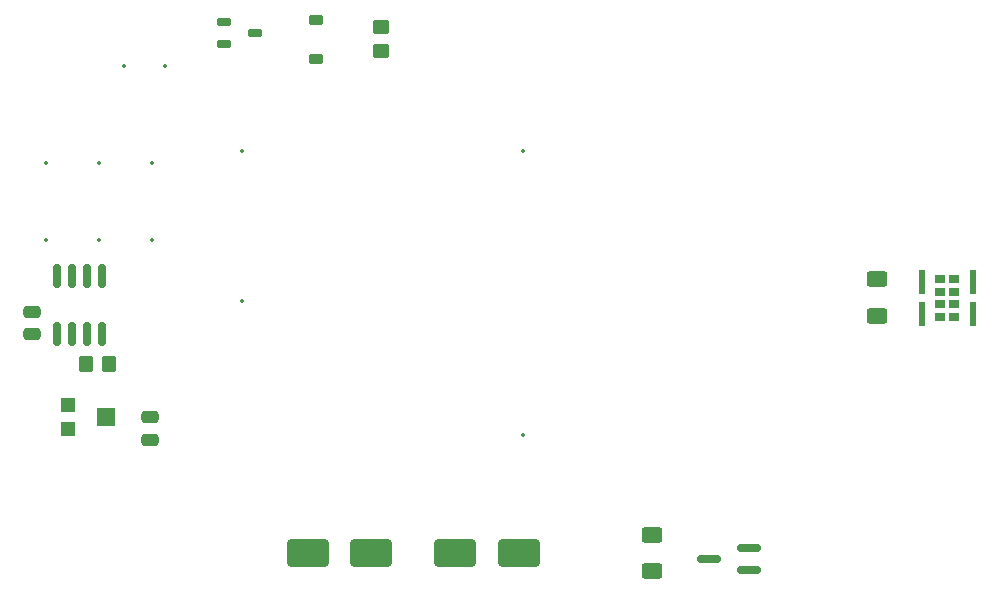
<source format=gtp>
%TF.GenerationSoftware,KiCad,Pcbnew,9.0.6-9.0.6~ubuntu24.04.1*%
%TF.CreationDate,2025-11-29T12:56:03-05:00*%
%TF.ProjectId,CardPCB,43617264-5043-4422-9e6b-696361645f70,rev?*%
%TF.SameCoordinates,Original*%
%TF.FileFunction,Paste,Top*%
%TF.FilePolarity,Positive*%
%FSLAX46Y46*%
G04 Gerber Fmt 4.6, Leading zero omitted, Abs format (unit mm)*
G04 Created by KiCad (PCBNEW 9.0.6-9.0.6~ubuntu24.04.1) date 2025-11-29 12:56:03*
%MOMM*%
%LPD*%
G01*
G04 APERTURE LIST*
G04 Aperture macros list*
%AMRoundRect*
0 Rectangle with rounded corners*
0 $1 Rounding radius*
0 $2 $3 $4 $5 $6 $7 $8 $9 X,Y pos of 4 corners*
0 Add a 4 corners polygon primitive as box body*
4,1,4,$2,$3,$4,$5,$6,$7,$8,$9,$2,$3,0*
0 Add four circle primitives for the rounded corners*
1,1,$1+$1,$2,$3*
1,1,$1+$1,$4,$5*
1,1,$1+$1,$6,$7*
1,1,$1+$1,$8,$9*
0 Add four rect primitives between the rounded corners*
20,1,$1+$1,$2,$3,$4,$5,0*
20,1,$1+$1,$4,$5,$6,$7,0*
20,1,$1+$1,$6,$7,$8,$9,0*
20,1,$1+$1,$8,$9,$2,$3,0*%
G04 Aperture macros list end*
%ADD10RoundRect,0.162500X-0.447500X-0.162500X0.447500X-0.162500X0.447500X0.162500X-0.447500X0.162500X0*%
%ADD11R,1.200000X1.200000*%
%ADD12R,1.500000X1.600000*%
%ADD13RoundRect,0.250000X0.625000X-0.400000X0.625000X0.400000X-0.625000X0.400000X-0.625000X-0.400000X0*%
%ADD14RoundRect,0.250000X-0.475000X0.250000X-0.475000X-0.250000X0.475000X-0.250000X0.475000X0.250000X0*%
%ADD15RoundRect,0.250000X0.450000X-0.350000X0.450000X0.350000X-0.450000X0.350000X-0.450000X-0.350000X0*%
%ADD16RoundRect,0.162500X0.837500X0.162500X-0.837500X0.162500X-0.837500X-0.162500X0.837500X-0.162500X0*%
%ADD17RoundRect,0.150000X-0.150000X0.825000X-0.150000X-0.825000X0.150000X-0.825000X0.150000X0.825000X0*%
%ADD18RoundRect,0.225000X-0.375000X0.225000X-0.375000X-0.225000X0.375000X-0.225000X0.375000X0.225000X0*%
%ADD19RoundRect,0.250000X0.475000X-0.250000X0.475000X0.250000X-0.475000X0.250000X-0.475000X-0.250000X0*%
%ADD20RoundRect,0.250000X-1.500000X-0.900000X1.500000X-0.900000X1.500000X0.900000X-1.500000X0.900000X0*%
%ADD21RoundRect,0.250000X0.350000X0.450000X-0.350000X0.450000X-0.350000X-0.450000X0.350000X-0.450000X0*%
%ADD22R,0.500000X2.140000*%
%ADD23R,0.970000X0.800000*%
%ADD24RoundRect,0.250000X-0.625000X0.400000X-0.625000X-0.400000X0.625000X-0.400000X0.625000X0.400000X0*%
%ADD25C,0.350000*%
%ADD26C,0.100000*%
G04 APERTURE END LIST*
D10*
%TO.C,Q2*%
X123190000Y-58550000D03*
X123190000Y-60450000D03*
X125810000Y-59500000D03*
%TD*%
D11*
%TO.C,RV1*%
X110000000Y-91000000D03*
D12*
X113250000Y-92000000D03*
D11*
X110000000Y-93000000D03*
%TD*%
D13*
%TO.C,R3*%
X159500000Y-105050000D03*
X159500000Y-101950000D03*
%TD*%
D14*
%TO.C,C1*%
X117000000Y-92000000D03*
X117000000Y-93900000D03*
%TD*%
D15*
%TO.C,R1*%
X136500000Y-61000000D03*
X136500000Y-59000000D03*
%TD*%
D16*
%TO.C,Q1*%
X167710000Y-104950000D03*
X167710000Y-103050000D03*
X164290000Y-104000000D03*
%TD*%
D17*
%TO.C,U1*%
X112905000Y-80025000D03*
X111635000Y-80025000D03*
X110365000Y-80025000D03*
X109095000Y-80025000D03*
X109095000Y-84975000D03*
X110365000Y-84975000D03*
X111635000Y-84975000D03*
X112905000Y-84975000D03*
%TD*%
D18*
%TO.C,D2*%
X131000000Y-58350000D03*
X131000000Y-61650000D03*
%TD*%
D19*
%TO.C,C2*%
X107000000Y-85000000D03*
X107000000Y-83100000D03*
%TD*%
D20*
%TO.C,D4*%
X142800000Y-103500000D03*
X148200000Y-103500000D03*
%TD*%
D21*
%TO.C,R2*%
X113500000Y-87500000D03*
X111500000Y-87500000D03*
%TD*%
D22*
%TO.C,D6*%
X182320000Y-80605000D03*
X182320000Y-83245000D03*
D23*
X183850000Y-80350000D03*
X183850000Y-81400000D03*
X183850000Y-82450000D03*
X183850000Y-83500000D03*
X185070000Y-80350000D03*
X185070000Y-81400000D03*
X185070000Y-82450000D03*
X185070000Y-83500000D03*
D22*
X186600000Y-80605000D03*
X186600000Y-83245000D03*
%TD*%
D24*
%TO.C,R4*%
X178500000Y-80350000D03*
X178500000Y-83450000D03*
%TD*%
D20*
%TO.C,D3*%
X130300000Y-103500000D03*
X135700000Y-103500000D03*
%TD*%
D25*
X117170000Y-70500000D03*
X112670000Y-70500000D03*
X108170000Y-70500000D03*
X108170000Y-77000000D03*
X112670000Y-77000000D03*
X117170000Y-77000000D03*
D26*
X183500000Y-72000000D03*
X183500000Y-92000000D03*
D25*
X114750000Y-62250000D03*
X118250000Y-62250000D03*
X148500000Y-93500000D03*
X148500000Y-69500000D03*
X124780000Y-69500000D03*
X124780000Y-82200000D03*
M02*

</source>
